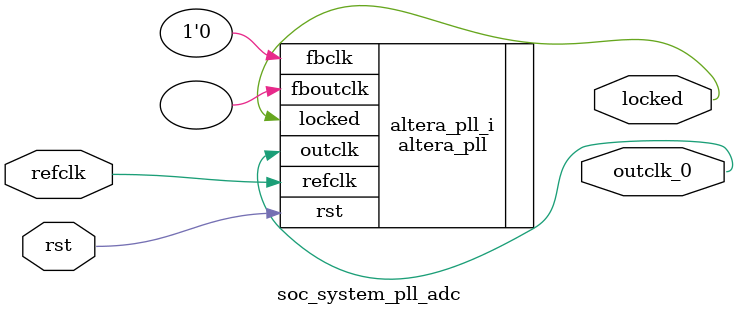
<source format=v>
`timescale 1ns/10ps
module  soc_system_pll_adc(

	// interface 'refclk'
	input wire refclk,

	// interface 'reset'
	input wire rst,

	// interface 'outclk0'
	output wire outclk_0,

	// interface 'locked'
	output wire locked
);

	altera_pll #(
		.fractional_vco_multiplier("false"),
		.reference_clock_frequency("50.0 MHz"),
		.operation_mode("direct"),
		.number_of_clocks(1),
		.output_clock_frequency0("40.000000 MHz"),
		.phase_shift0("0 ps"),
		.duty_cycle0(50),
		.output_clock_frequency1("0 MHz"),
		.phase_shift1("0 ps"),
		.duty_cycle1(50),
		.output_clock_frequency2("0 MHz"),
		.phase_shift2("0 ps"),
		.duty_cycle2(50),
		.output_clock_frequency3("0 MHz"),
		.phase_shift3("0 ps"),
		.duty_cycle3(50),
		.output_clock_frequency4("0 MHz"),
		.phase_shift4("0 ps"),
		.duty_cycle4(50),
		.output_clock_frequency5("0 MHz"),
		.phase_shift5("0 ps"),
		.duty_cycle5(50),
		.output_clock_frequency6("0 MHz"),
		.phase_shift6("0 ps"),
		.duty_cycle6(50),
		.output_clock_frequency7("0 MHz"),
		.phase_shift7("0 ps"),
		.duty_cycle7(50),
		.output_clock_frequency8("0 MHz"),
		.phase_shift8("0 ps"),
		.duty_cycle8(50),
		.output_clock_frequency9("0 MHz"),
		.phase_shift9("0 ps"),
		.duty_cycle9(50),
		.output_clock_frequency10("0 MHz"),
		.phase_shift10("0 ps"),
		.duty_cycle10(50),
		.output_clock_frequency11("0 MHz"),
		.phase_shift11("0 ps"),
		.duty_cycle11(50),
		.output_clock_frequency12("0 MHz"),
		.phase_shift12("0 ps"),
		.duty_cycle12(50),
		.output_clock_frequency13("0 MHz"),
		.phase_shift13("0 ps"),
		.duty_cycle13(50),
		.output_clock_frequency14("0 MHz"),
		.phase_shift14("0 ps"),
		.duty_cycle14(50),
		.output_clock_frequency15("0 MHz"),
		.phase_shift15("0 ps"),
		.duty_cycle15(50),
		.output_clock_frequency16("0 MHz"),
		.phase_shift16("0 ps"),
		.duty_cycle16(50),
		.output_clock_frequency17("0 MHz"),
		.phase_shift17("0 ps"),
		.duty_cycle17(50),
		.pll_type("General"),
		.pll_subtype("General")
	) altera_pll_i (
		.rst	(rst),
		.outclk	({outclk_0}),
		.locked	(locked),
		.fboutclk	( ),
		.fbclk	(1'b0),
		.refclk	(refclk)
	);
endmodule


</source>
